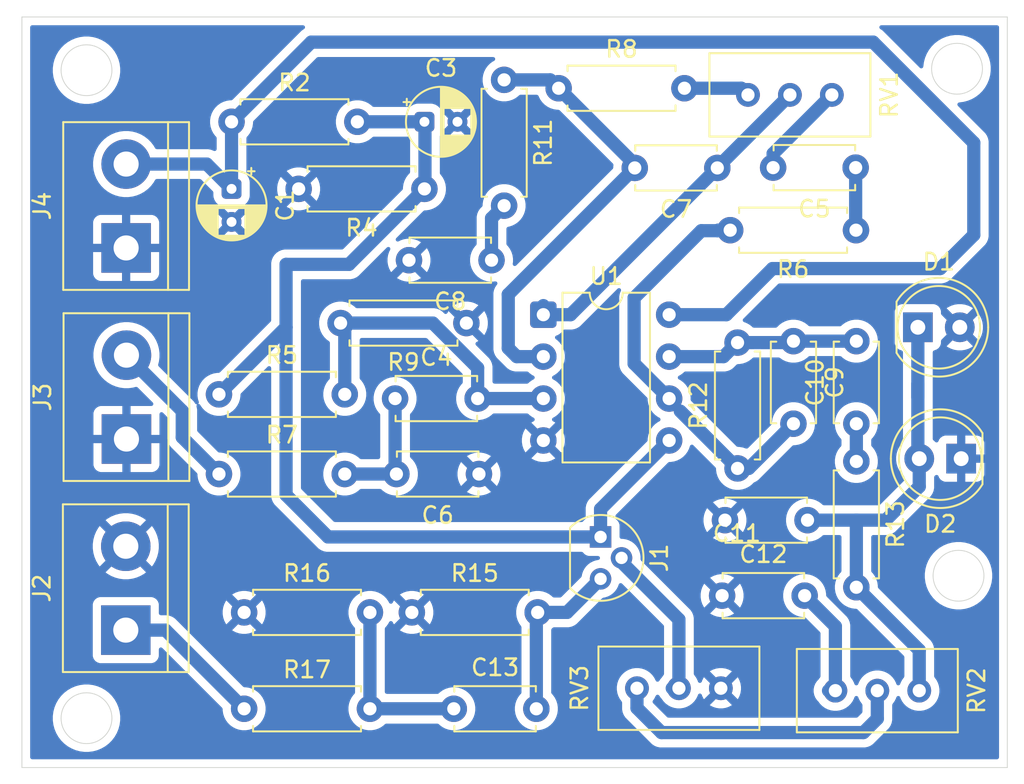
<source format=kicad_pcb>
(kicad_pcb (version 20241229) (generator "pcbnew") (generator_version "9.0")
  (layers (0 "F.Cu" signal) (2 "B.Cu" signal) (13 "F.Paste" user) (15 "B.Paste" user) (5 "F.SilkS" user "F.Silkscreen") (7 "B.SilkS" user "B.Silkscreen") (1 "F.Mask" user) (3 "B.Mask" user) (25 "Edge.Cuts" user))
  (net 0 "")
  (net 1 "GND")
  (net 2 "Net-(U1A-+)")
  (net 3 "Net-(C5-Pad2)")
  (net 4 "Net-(C5-Pad1)")
  (net 5 "Net-(U1A--)")
  (net 6 "Net-(C7-Pad1)")
  (net 7 "Net-(C8-Pad1)")
  (net 8 "Net-(U1B--)")
  (net 9 "Net-(C10-Pad2)")
  (net 10 "Net-(C10-Pad1)")
  (net 11 "Net-(D1-K)")
  (net 12 "Net-(C12-Pad2)")
  (net 13 "Net-(C13-Pad1)")
  (net 14 "Net-(J1-S)")
  (net 15 "Net-(J1-G)")
  (net 16 "Net-(R8-Pad2)")
  (net 17 "Net-(RV2-Pad2)")
  (net 18 "Net-(J1-D)")
  (net 19 "Net-(J4-Pin_2)")
  (net 20 "Net-(J2-Pin_1)")
  (net 21 "Net-(J3-Pin_2)")
  (net 22 "Net-(C4-Pad1)")
  (footprint "Resistor_THT:R_Axial_DIN0207_L6.3mm_D2.5mm_P7.62mm_Horizontal" (layer "F.Cu") (at 73.66 46.736 180)
    (property "Reference" "R9" (at 3.81 -2.37 0) (layer "F.SilkS"))
    (property "Value" "1M")
    (pad "1" thru_hole circle (at 0 0 180) (size 1.6 1.6) (drill 0.8) (layers "*.Cu" "*.Mask") (net 1 "GND"))
    (pad "2" thru_hole circle (at 7.62 0 180) (size 1.6 1.6) (drill 0.8) (layers "*.Cu" "*.Mask") (net 2 "Net-(U1A-+)"))
  )
  (footprint "Resistor_THT:R_Axial_DIN0207_L6.3mm_D2.5mm_P7.62mm_Horizontal" (layer "F.Cu") (at 58.674 55.88)
    (property "Reference" "R7" (at 3.81 -2.37 0) (layer "F.SilkS"))
    (property "Value" "10K")
    (pad "1" thru_hole circle (at 0 0) (size 1.6 1.6) (drill 0.8) (layers "*.Cu" "*.Mask") (net 21 "Net-(J3-Pin_2)"))
    (pad "2" thru_hole circle (at 7.62 0) (size 1.6 1.6) (drill 0.8) (layers "*.Cu" "*.Mask") (net 22 "Net-(C4-Pad1)"))
  )
  (footprint "Resistor_THT:R_Axial_DIN0207_L6.3mm_D2.5mm_P7.62mm_Horizontal" (layer "F.Cu") (at 71.12 38.608 180)
    (property "Reference" "R4" (at 3.81 -2.37 0) (layer "F.SilkS"))
    (property "Value" "10K")
    (pad "1" thru_hole circle (at 0 0 180) (size 1.6 1.6) (drill 0.8) (layers "*.Cu" "*.Mask") (net 18 "Net-(J1-D)"))
    (pad "2" thru_hole circle (at 7.62 0 180) (size 1.6 1.6) (drill 0.8) (layers "*.Cu" "*.Mask") (net 1 "GND"))
  )
  (footprint "TerminalBlock:TerminalBlock_bornier-2_P5.08mm" (layer "F.Cu") (at 53.05 42.185 90)
    (property "Reference" "J4" (at 2.54 -5.08 90) (layer "F.SilkS"))
    (property "Value" "Conn_01x02_Socket")
    (pad "1" thru_hole rect (at 0 0 90) (size 3 3) (drill 1.52) (layers "*.Cu" "*.Mask") (net 1 "GND"))
    (pad "2" thru_hole circle (at 5.08 0 90) (size 3 3) (drill 1.52) (layers "*.Cu" "*.Mask") (net 19 "Net-(J4-Pin_2)"))
  )
  (footprint "LED_THT:LED_D5.0mm" (layer "F.Cu") (at 103.632 54.948667 180)
    (property "Reference" "D2" (at 1.27 -3.96 0) (layer "F.SilkS"))
    (property "Value" "LED")
    (pad "1" thru_hole rect (at 0 0 180) (size 1.8 1.8) (drill 0.9) (layers "*.Cu" "*.Mask") (net 1 "GND"))
    (pad "2" thru_hole circle (at 2.54 0 180) (size 1.8 1.8) (drill 0.9) (layers "*.Cu" "*.Mask") (net 11 "Net-(D1-K)"))
  )
  (footprint "Capacitor_THT:C_Disc_D4.7mm_W2.5mm_P5.00mm" (layer "F.Cu") (at 88.86 37.338 180)
    (property "Reference" "C7" (at 2.5 -2.5 0) (layer "F.SilkS"))
    (property "Value" "50pF")
    (pad "1" thru_hole circle (at 0 0 180) (size 1.6 1.6) (drill 0.8) (layers "*.Cu" "*.Mask") (net 6 "Net-(C7-Pad1)"))
    (pad "2" thru_hole circle (at 5 0 180) (size 1.6 1.6) (drill 0.8) (layers "*.Cu" "*.Mask") (net 5 "Net-(U1A--)"))
  )
  (footprint "Resistor_THT:R_Axial_DIN0207_L6.3mm_D2.5mm_P7.62mm_Horizontal" (layer "F.Cu") (at 60.198 70.099)
    (property "Reference" "R17" (at 3.81 -2.37 0) (layer "F.SilkS"))
    (property "Value" "10K")
    (pad "1" thru_hole circle (at 0 0) (size 1.6 1.6) (drill 0.8) (layers "*.Cu" "*.Mask") (net 20 "Net-(J2-Pin_1)"))
    (pad "2" thru_hole circle (at 7.62 0) (size 1.6 1.6) (drill 0.8) (layers "*.Cu" "*.Mask") (net 13 "Net-(C13-Pad1)"))
  )
  (footprint "TerminalBlock:TerminalBlock_bornier-2_P5.08mm" (layer "F.Cu") (at 53.07 53.76 90)
    (property "Reference" "J3" (at 2.54 -5.08 90) (layer "F.SilkS"))
    (property "Value" "Conn_01x02_Socket")
    (pad "1" thru_hole rect (at 0 0 90) (size 3 3) (drill 1.52) (layers "*.Cu" "*.Mask") (net 1 "GND"))
    (pad "2" thru_hole circle (at 5.08 0 90) (size 3 3) (drill 1.52) (layers "*.Cu" "*.Mask") (net 21 "Net-(J3-Pin_2)"))
  )
  (footprint "Capacitor_THT:C_Disc_D4.7mm_W2.5mm_P5.00mm" (layer "F.Cu") (at 89.15 63.246)
    (property "Reference" "C12" (at 2.5 -2.5 0) (layer "F.SilkS"))
    (property "Value" "22nF")
    (pad "1" thru_hole circle (at 0 0) (size 1.6 1.6) (drill 0.8) (layers "*.Cu" "*.Mask") (net 1 "GND"))
    (pad "2" thru_hole circle (at 5 0) (size 1.6 1.6) (drill 0.8) (layers "*.Cu" "*.Mask") (net 12 "Net-(C12-Pad2)"))
  )
  (footprint "Package_TO_SOT_THT:TO-92" (layer "F.Cu") (at 81.788 59.69 -90)
    (property "Reference" "J1" (at 1.27 -3.56 90) (layer "F.SilkS"))
    (property "Value" "J201")
    (pad "1" thru_hole rect (at 0 0 270) (size 1.3 1.3) (drill 0.75) (layers "*.Cu" "*.Mask") (net 18 "Net-(J1-D)"))
    (pad "2" thru_hole circle (at 1.27 -1.27 270) (size 1.3 1.3) (drill 0.75) (layers "*.Cu" "*.Mask") (net 15 "Net-(J1-G)"))
    (pad "3" thru_hole circle (at 2.54 0 270) (size 1.3 1.3) (drill 0.75) (layers "*.Cu" "*.Mask") (net 14 "Net-(J1-S)"))
  )
  (footprint "Resistor_THT:R_Axial_DIN0207_L6.3mm_D2.5mm_P7.62mm_Horizontal" (layer "F.Cu") (at 59.436 34.544)
    (property "Reference" "R2" (at 3.81 -2.37 0) (layer "F.SilkS"))
    (property "Value" "10K")
    (pad "1" thru_hole circle (at 0 0) (size 1.6 1.6) (drill 0.8) (layers "*.Cu" "*.Mask") (net 19 "Net-(J4-Pin_2)"))
    (pad "2" thru_hole circle (at 7.62 0) (size 1.6 1.6) (drill 0.8) (layers "*.Cu" "*.Mask") (net 18 "Net-(J1-D)"))
  )
  (footprint "Resistor_THT:R_Axial_DIN0207_L6.3mm_D2.5mm_P7.62mm_Horizontal" (layer "F.Cu") (at 70.358 64.262)
    (property "Reference" "R15" (at 3.81 -2.37 0) (layer "F.SilkS"))
    (property "Value" "10K")
    (pad "1" thru_hole circle (at 0 0) (size 1.6 1.6) (drill 0.8) (layers "*.Cu" "*.Mask") (net 1 "GND"))
    (pad "2" thru_hole circle (at 7.62 0) (size 1.6 1.6) (drill 0.8) (layers "*.Cu" "*.Mask") (net 14 "Net-(J1-S)"))
  )
  (footprint "Capacitor_THT:C_Disc_D4.7mm_W2.5mm_P5.00mm" (layer "F.Cu") (at 69.342 51.308)
    (property "Reference" "C4" (at 2.5 -2.5 0) (layer "F.SilkS"))
    (property "Value" "22nF")
    (pad "1" thru_hole circle (at 0 0) (size 1.6 1.6) (drill 0.8) (layers "*.Cu" "*.Mask") (net 22 "Net-(C4-Pad1)"))
    (pad "2" thru_hole circle (at 5 0) (size 1.6 1.6) (drill 0.8) (layers "*.Cu" "*.Mask") (net 2 "Net-(U1A-+)"))
  )
  (footprint "Resistor_THT:R_Axial_DIN0207_L6.3mm_D2.5mm_P7.62mm_Horizontal" (layer "F.Cu") (at 90.085 55.539 90)
    (property "Reference" "R12" (at 3.81 -2.37 90) (layer "F.SilkS"))
    (property "Value" "10K")
    (pad "1" thru_hole circle (at 0 0 90) (size 1.6 1.6) (drill 0.8) (layers "*.Cu" "*.Mask") (net 8 "Net-(U1B--)"))
    (pad "2" thru_hole circle (at 7.62 0 90) (size 1.6 1.6) (drill 0.8) (layers "*.Cu" "*.Mask") (net 9 "Net-(C10-Pad2)"))
  )
  (footprint "Capacitor_THT:C_Disc_D4.7mm_W2.5mm_P5.00mm" (layer "F.Cu") (at 97.24 37.32 180)
    (property "Reference" "C5" (at 2.5 -2.5 0) (layer "F.SilkS"))
    (property "Value" "680nF")
    (pad "1" thru_hole circle (at 0 0 180) (size 1.6 1.6) (drill 0.8) (layers "*.Cu" "*.Mask") (net 4 "Net-(C5-Pad1)"))
    (pad "2" thru_hole circle (at 5 0 180) (size 1.6 1.6) (drill 0.8) (layers "*.Cu" "*.Mask") (net 3 "Net-(C5-Pad2)"))
  )
  (footprint "Resistor_THT:R_Axial_DIN0207_L6.3mm_D2.5mm_P7.62mm_Horizontal" (layer "F.Cu") (at 58.674 51.054)
    (property "Reference" "R5" (at 3.81 -2.37 0) (layer "F.SilkS"))
    (property "Value" "1M")
    (pad "1" thru_hole circle (at 0 0) (size 1.6 1.6) (drill 0.8) (layers "*.Cu" "*.Mask") (net 18 "Net-(J1-D)"))
    (pad "2" thru_hole circle (at 7.62 0) (size 1.6 1.6) (drill 0.8) (layers "*.Cu" "*.Mask") (net 2 "Net-(U1A-+)"))
  )
  (footprint "Resistor_THT:R_Axial_DIN0207_L6.3mm_D2.5mm_P7.62mm_Horizontal" (layer "F.Cu") (at 79.248 32.512)
    (property "Reference" "R8" (at 3.81 -2.37 0) (layer "F.SilkS"))
    (property "Value" "2.2K")
    (pad "1" thru_hole circle (at 0 0) (size 1.6 1.6) (drill 0.8) (layers "*.Cu" "*.Mask") (net 5 "Net-(U1A--)"))
    (pad "2" thru_hole circle (at 7.62 0) (size 1.6 1.6) (drill 0.8) (layers "*.Cu" "*.Mask") (net 16 "Net-(R8-Pad2)"))
  )
  (footprint "Capacitor_THT:C_Disc_D4.7mm_W2.5mm_P5.00mm" (layer "F.Cu") (at 74.422 55.88 180)
    (property "Reference" "C6" (at 2.5 -2.5 0) (layer "F.SilkS"))
    (property "Value" "100pF")
    (pad "1" thru_hole circle (at 0 0 180) (size 1.6 1.6) (drill 0.8) (layers "*.Cu" "*.Mask") (net 1 "GND"))
    (pad "2" thru_hole circle (at 5 0 180) (size 1.6 1.6) (drill 0.8) (layers "*.Cu" "*.Mask") (net 22 "Net-(C4-Pad1)"))
  )
  (footprint "Potentiometer_THT:Potentiometer_Bourns_3386C_Horizontal" (layer "F.Cu") (at 101.092 69.001 -90)
    (property "Reference" "RV2" (at 0 -3.475 90) (layer "F.SilkS"))
    (property "Value" "Tone10K")
    (pad "1" thru_hole circle (at 0 0 270) (size 1.44 1.44) (drill 0.8) (layers "*.Cu" "*.Mask") (net 11 "Net-(D1-K)"))
    (pad "2" thru_hole circle (at 0 2.54 270) (size 1.44 1.44) (drill 0.8) (layers "*.Cu" "*.Mask") (net 17 "Net-(RV2-Pad2)"))
    (pad "3" thru_hole circle (at 0 5.08 270) (size 1.44 1.44) (drill 0.8) (layers "*.Cu" "*.Mask") (net 12 "Net-(C12-Pad2)"))
  )
  (footprint "Capacitor_THT:C_Disc_D4.7mm_W2.5mm_P5.00mm" (layer "F.Cu") (at 89.324 58.674)
    (property "Reference" "C11" (at 0.722 0.802 0) (layer "F.SilkS"))
    (property "Value" "22nF")
    (pad "1" thru_hole circle (at 0 0) (size 1.6 1.6) (drill 0.8) (layers "*.Cu" "*.Mask") (net 1 "GND"))
    (pad "2" thru_hole circle (at 5 0) (size 1.6 1.6) (drill 0.8) (layers "*.Cu" "*.Mask") (net 11 "Net-(D1-K)"))
  )
  (footprint "Capacitor_THT:C_Disc_D4.7mm_W2.5mm_P5.00mm" (layer "F.Cu") (at 93.472 47.832 -90)
    (property "Reference" "C9" (at 2.5 -2.5 90) (layer "F.SilkS"))
    (property "Value" "100pF")
    (pad "1" thru_hole circle (at 0 0 270) (size 1.6 1.6) (drill 0.8) (layers "*.Cu" "*.Mask") (net 9 "Net-(C10-Pad2)"))
    (pad "2" thru_hole circle (at 5 0 270) (size 1.6 1.6) (drill 0.8) (layers "*.Cu" "*.Mask") (net 8 "Net-(U1B--)"))
  )
  (footprint "Capacitor_THT:C_Disc_D4.7mm_W2.5mm_P5.00mm" (layer "F.Cu") (at 75.184 42.926 180)
    (property "Reference" "C8" (at 2.5 -2.5 0) (layer "F.SilkS"))
    (property "Value" "47uF")
    (pad "1" thru_hole circle (at 0 0 180) (size 1.6 1.6) (drill 0.8) (layers "*.Cu" "*.Mask") (net 7 "Net-(C8-Pad1)"))
    (pad "2" thru_hole circle (at 5 0 180) (size 1.6 1.6) (drill 0.8) (layers "*.Cu" "*.Mask") (net 1 "GND"))
  )
  (footprint "Capacitor_THT:C_Disc_D4.7mm_W2.5mm_P5.00mm" (layer "F.Cu") (at 97.282 52.832 90)
    (property "Reference" "C10" (at 2.5 -2.5 90) (layer "F.SilkS"))
    (property "Value" "1uF")
    (pad "1" thru_hole circle (at 0 0 90) (size 1.6 1.6) (drill 0.8) (layers "*.Cu" "*.Mask") (net 10 "Net-(C10-Pad1)"))
    (pad "2" thru_hole circle (at 5 0 90) (size 1.6 1.6) (drill 0.8) (layers "*.Cu" "*.Mask") (net 9 "Net-(C10-Pad2)"))
  )
  (footprint "Resistor_THT:R_Axial_DIN0207_L6.3mm_D2.5mm_P7.62mm_Horizontal" (layer "F.Cu") (at 97.282 55.118 -90)
    (property "Reference" "R13" (at 3.81 -2.37 90) (layer "F.SilkS"))
    (property "Value" "1K")
    (pad "1" thru_hole circle (at 0 0 270) (size 1.6 1.6) (drill 0.8) (layers "*.Cu" "*.Mask") (net 10 "Net-(C10-Pad1)"))
    (pad "2" thru_hole circle (at 7.62 0 270) (size 1.6 1.6) (drill 0.8) (layers "*.Cu" "*.Mask") (net 11 "Net-(D1-K)"))
  )
  (footprint "Capacitor_THT:CP_Radial_D4.0mm_P2.00mm" (layer "F.Cu") (at 71.12 34.544)
    (property "Reference" "C3" (at 1 -3.25 0) (layer "F.SilkS"))
    (property "Value" "47uF")
    (pad "1" thru_hole roundrect (at 0 0) (size 1.2 1.2) (drill 0.6) (layers "*.Cu" "*.Mask") (roundrect_rratio 0.208333) (net 18 "Net-(J1-D)"))
    (pad "2" thru_hole circle (at 2 0) (size 1.2 1.2) (drill 0.6) (layers "*.Cu" "*.Mask") (net 1 "GND"))
  )
  (footprint "LED_THT:LED_D5.0mm" (layer "F.Cu") (at 101.007 46.99)
    (property "Reference" "D1" (at 1.27 -3.96 0) (layer "F.SilkS"))
    (property "Value" "LED")
    (pad "1" thru_hole rect (at 0 0) (size 1.8 1.8) (drill 0.9) (layers "*.Cu" "*.Mask") (net 11 "Net-(D1-K)"))
    (pad "2" thru_hole circle (at 2.54 0) (size 1.8 1.8) (drill 0.9) (layers "*.Cu" "*.Mask") (net 1 "GND"))
  )
  (footprint "TerminalBlock:TerminalBlock_bornier-2_P5.08mm" (layer "F.Cu") (at 53.03 65.335 90)
    (property "Reference" "J2" (at 2.54 -5.08 90) (layer "F.SilkS"))
    (property "Value" "Conn_01x02_Socket")
    (pad "1" thru_hole rect (at 0 0 90) (size 3 3) (drill 1.52) (layers "*.Cu" "*.Mask") (net 20 "Net-(J2-Pin_1)"))
    (pad "2" thru_hole circle (at 5.08 0 90) (size 3 3) (drill 1.52) (layers "*.Cu" "*.Mask") (net 1 "GND"))
  )
  (footprint "Capacitor_THT:CP_Radial_D4.0mm_P2.00mm" (layer "F.Cu") (at 59.436 38.608 -90)
    (property "Reference" "C1" (at 1 -3.25 90) (layer "F.SilkS"))
    (property "Value" "47uF")
    (pad "1" thru_hole roundrect (at 0 0 270) (size 1.2 1.2) (drill 0.6) (layers "*.Cu" "*.Mask") (roundrect_rratio 0.208333) (net 19 "Net-(J4-Pin_2)"))
    (pad "2" thru_hole circle (at 2 0 270) (size 1.2 1.2) (drill 0.6) (layers "*.Cu" "*.Mask") (net 1 "GND"))
  )
  (footprint "Potentiometer_THT:Potentiometer_Bourns_3386C_Horizontal" (layer "F.Cu") (at 95.798 32.914 -90)
    (property "Reference" "RV1" (at 0 -3.475 270) (layer "F.SilkS"))
    (property "Value" "Gain100K")
    (pad "1" thru_hole circle (at 0 0 270) (size 1.44 1.44) (drill 0.8) (layers "*.Cu" "*.Mask") (net 3 "Net-(C5-Pad2)"))
    (pad "2" thru_hole circle (at 0 2.54 270) (size 1.44 1.44) (drill 0.8) (layers "*.Cu" "*.Mask") (net 6 "Net-(C7-Pad1)"))
    (pad "3" thru_hole circle (at 0 5.08 270) (size 1.44 1.44) (drill 0.8) (layers "*.Cu" "*.Mask") (net 16 "Net-(R8-Pad2)"))
  )
  (footprint "Package_DIP:DIP-8_W7.62mm" (layer "F.Cu") (at 78.322 46.228)
    (property "Reference" "U1" (at 3.81 -2.33 0) (layer "F.SilkS"))
    (property "Value" "TL072")
    (pad "1" thru_hole roundrect (at 0 0) (size 1.6 1.6) (drill 0.8) (layers "*.Cu" "*.Mask") (roundrect_rratio 0.15625) (net 6 "Net-(C7-Pad1)"))
    (pad "2" thru_hole circle (at 0 2.54) (size 1.6 1.6) (drill 0.8) (layers "*.Cu" "*.Mask") (net 5 "Net-(U1A--)"))
    (pad "3" thru_hole circle (at 0 5.08) (size 1.6 1.6) (drill 0.8) (layers "*.Cu" "*.Mask") (net 2 "Net-(U1A-+)"))
    (pad "4" thru_hole circle (at 0 7.62) (size 1.6 1.6) (drill 0.8) (layers "*.Cu" "*.Mask") (net 1 "GND"))
    (pad "5" thru_hole circle (at 7.62 7.62) (size 1.6 1.6) (drill 0.8) (layers "*.Cu" "*.Mask") (net 18 "Net-(J1-D)"))
    (pad "6" thru_hole circle (at 7.62 5.08) (size 1.6 1.6) (drill 0.8) (layers "*.Cu" "*.Mask") (net 8 "Net-(U1B--)"))
    (pad "7" thru_hole circle (at 7.62 2.54) (size 1.6 1.6) (drill 0.8) (layers "*.Cu" "*.Mask") (net 9 "Net-(C10-Pad2)"))
    (pad "8" thru_hole circle (at 7.62 0) (size 1.6 1.6) (drill 0.8) (layers "*.Cu" "*.Mask") (net 19 "Net-(J4-Pin_2)"))
  )
  (footprint "Capacitor_THT:C_Disc_D4.7mm_W2.5mm_P5.00mm" (layer "F.Cu") (at 72.898 70.099)
    (property "Reference" "C13" (at 2.5 -2.5 0) (layer "F.SilkS"))
    (property "Value" "22nF")
    (pad "1" thru_hole circle (at 0 0) (size 1.6 1.6) (drill 0.8) (layers "*.Cu" "*.Mask") (net 13 "Net-(C13-Pad1)"))
    (pad "2" thru_hole circle (at 5 0) (size 1.6 1.6) (drill 0.8) (layers "*.Cu" "*.Mask") (net 14 "Net-(J1-S)"))
  )
  (footprint "Resistor_THT:R_Axial_DIN0207_L6.3mm_D2.5mm_P7.62mm_Horizontal" (layer "F.Cu") (at 60.198 64.262)
    (property "Reference" "R16" (at 3.81 -2.37 0) (layer "F.SilkS"))
    (property "Value" "10K")
    (pad "1" thru_hole circle (at 0 0) (size 1.6 1.6) (drill 0.8) (layers "*.Cu" "*.Mask") (net 1 "GND"))
    (pad "2" thru_hole circle (at 7.62 0) (size 1.6 1.6) (drill 0.8) (layers "*.Cu" "*.Mask") (net 13 "Net-(C13-Pad1)"))
  )
  (footprint "Resistor_THT:R_Axial_DIN0207_L6.3mm_D2.5mm_P7.62mm_Horizontal" (layer "F.Cu") (at 97.26 41.11 180)
    (property "Reference" "R6" (at 3.81 -2.37 0) (layer "F.SilkS"))
    (property "Value" "10K")
    (pad "1" thru_hole circle (at 0 0 180) (size 1.6 1.6) (drill 0.8) (layers "*.Cu" "*.Mask") (net 4 "Net-(C5-Pad1)"))
    (pad "2" thru_hole circle (at 7.62 0 180) (size 1.6 1.6) (drill 0.8) (layers "*.Cu" "*.Mask") (net 8 "Net-(U1B--)"))
  )
  (footprint "Resistor_THT:R_Axial_DIN0207_L6.3mm_D2.5mm_P7.62mm_Horizontal" (layer "F.Cu") (at 75.946 32.004 -90)
    (property "Reference" "R11" (at 3.81 -2.37 90) (layer "F.SilkS"))
    (property "Value" "4.7K")
    (pad "1" thru_hole circle (at 0 0 270) (size 1.6 1.6) (drill 0.8) (layers "*.Cu" "*.Mask") (net 5 "Net-(U1A--)"))
    (pad "2" thru_hole circle (at 7.62 0 270) (size 1.6 1.6) (drill 0.8) (layers "*.Cu" "*.Mask") (net 7 "Net-(C8-Pad1)"))
  )
  (footprint "Potentiometer_THT:Potentiometer_Bourns_3386C_Horizontal" (layer "F.Cu") (at 83.994 68.855 90)
    (property "Reference" "RV3" (at 0 -3.475 90) (layer "F.SilkS"))
    (property "Value" "Volume100K")
    (pad "1" thru_hole circle (at 0 0 90) (size 1.44 1.44) (drill 0.8) (layers "*.Cu" "*.Mask") (net 17 "Net-(RV2-Pad2)"))
    (pad "2" thru_hole circle (at 0 2.54 90) (size 1.44 1.44) (drill 0.8) (layers "*.Cu" "*.Mask") (net 15 "Net-(J1-G)"))
    (pad "3" thru_hole circle (at 0 5.08 90) (size 1.44 1.44) (drill 0.8) (layers "*.Cu" "*.Mask") (net 1 "GND"))
  )
  (gr_circle (center 50.65 70.67) (end 51.46 69.36) (stroke (width 0.05)) (fill no) (layer "Edge.Cuts"))
  (gr_line (start 46.736 28.194) (end 106.426 28.194) (stroke (width 0.05)) (layer "Edge.Cuts"))
  (gr_circle (center 50.65 31.42) (end 51.46 30.11) (stroke (width 0.05)) (fill no) (layer "Edge.Cuts"))
  (gr_line (start 106.426 28.194) (end 106.426 73.66) (stroke (width 0.05)) (layer "Edge.Cuts"))
  (gr_line (start 46.736 73.66) (end 46.736 28.194) (stroke (width 0.05)) (layer "Edge.Cuts"))
  (gr_line (start 106.426 73.66) (end 46.736 73.66) (stroke (width 0.05)) (layer "Edge.Cuts"))
  (gr_circle (center 103.47 62.04) (end 104.28 60.73) (stroke (width 0.05)) (fill no) (layer "Edge.Cuts"))
  (gr_circle (center 103.38 31.33) (end 104.19 30.02) (stroke (width 0.05)) (fill no) (layer "Edge.Cuts"))
  (segment (start 71.628 46.736) (end 66.04 46.736) (width 0.8) (layer "B.Cu") (net 2))
  (segment (start 74.382 51.308) (end 73.994 51.308) (width 0.8) (layer "B.Cu") (net 2))
  (segment (start 74.342 51.308) (end 74.342 49.45) (width 0.8) (layer "B.Cu") (net 2))
  (segment (start 66.294 46.99) (end 66.294 51.054) (width 0.8) (layer "B.Cu") (net 2))
  (segment (start 66.04 46.736) (end 66.294 46.99) (width 0.8) (layer "B.Cu") (net 2))
  (segment (start 74.342 49.45) (end 71.628 46.736) (width 0.8) (layer "B.Cu") (net 2))
  (segment (start 74.342 51.308) (end 78.322 51.308) (width 0.8) (layer "B.Cu") (net 2))
  (segment (start 92.24 37.32) (end 92.24 36.472) (width 0.8) (layer "B.Cu") (net 3))
  (segment (start 92.24 36.472) (end 95.798 32.914) (width 0.8) (layer "B.Cu") (net 3))
  (segment (start 97.24 37.32) (end 97.24 41.09) (width 0.8) (layer "B.Cu") (net 4))
  (segment (start 97.24 41.09) (end 97.26 41.11) (width 0.8) (layer "B.Cu") (net 4))
  (segment (start 75.946 32.004) (end 78.74 32.004) (width 0.8) (layer "B.Cu") (net 5))
  (segment (start 83.86 37.338) (end 83.86 37.124) (width 0.8) (layer "B.Cu") (net 5))
  (segment (start 76.708 48.768) (end 76.198 48.258) (width 0.8) (layer "B.Cu") (net 5))
  (segment (start 83.86 37.338) (end 76.198 45) (width 0.8) (layer "B.Cu") (net 5))
  (segment (start 78.322 48.768) (end 76.708 48.768) (width 0.8) (layer "B.Cu") (net 5))
  (segment (start 83.86 37.124) (end 79.248 32.512) (width 0.8) (layer "B.Cu") (net 5))
  (segment (start 78.74 32.004) (end 79.248 32.512) (width 0.8) (layer "B.Cu") (net 5))
  (segment (start 76.198 48.258) (end 76.198 45) (width 0.8) (layer "B.Cu") (net 5))
  (segment (start 78.322 46.228) (end 79.97 46.228) (width 0.8) (layer "B.Cu") (net 6))
  (segment (start 78.322 46.228) (end 78.322 45.677) (width 0.8) (layer "B.Cu") (net 6))
  (segment (start 88.86 37.338) (end 88.86 37.312) (width 0.8) (layer "B.Cu") (net 6))
  (segment (start 78.322 46.228) (end 78.322 45.844) (width 0.8) (layer "B.Cu") (net 6))
  (segment (start 79.97 46.228) (end 88.86 37.338) (width 0.8) (layer "B.Cu") (net 6))
  (segment (start 88.86 37.312) (end 93.258 32.914) (width 0.8) (layer "B.Cu") (net 6))
  (segment (start 75.184 40.386) (end 75.946 39.624) (width 0.8) (layer "B.Cu") (net 7))
  (segment (start 75.184 42.926) (end 75.184 40.386) (width 0.8) (layer "B.Cu") (net 7))
  (segment (start 86.616 52.07) (end 90.085 55.539) (width 0.8) (layer "B.Cu") (net 8))
  (segment (start 88.91 41.11) (end 89.64 41.11) (width 0.8) (layer "B.Cu") (net 8))
  (segment (start 85.942 51.308) (end 83.82 49.186) (width 0.8) (layer "B.Cu") (net 8))
  (segment (start 83.82 49.186) (end 83.82 45.212) (width 0.8) (layer "B.Cu") (net 8))
  (segment (start 90.085 55.539) (end 90.765 55.539) (width 0.8) (layer "B.Cu") (net 8))
  (segment (start 83.82 45.212) (end 87.891 41.141) (width 0.8) (layer "B.Cu") (net 8))
  (segment (start 90.765 55.539) (end 93.472 52.832) (width 0.8) (layer "B.Cu") (net 8))
  (segment (start 87.891 41.141) (end 88.879 41.141) (width 0.8) (layer "B.Cu") (net 8))
  (segment (start 88.879 41.141) (end 88.91 41.11) (width 0.8) (layer "B.Cu") (net 8))
  (segment (start 85.942 48.768) (end 89.236 48.768) (width 0.8) (layer "B.Cu") (net 9))
  (segment (start 93.385 47.919) (end 93.472 47.832) (width 0.8) (layer "B.Cu") (net 9))
  (segment (start 93.472 47.832) (end 97.282 47.832) (width 0.8) (layer "B.Cu") (net 9))
  (segment (start 90.085 47.919) (end 93.385 47.919) (width 0.8) (layer "B.Cu") (net 9))
  (segment (start 89.236 48.768) (end 90.085 47.919) (width 0.8) (layer "B.Cu") (net 9))
  (segment (start 97.282 55.118) (end 97.282 52.832) (width 0.8) (layer "B.Cu") (net 10))
  (segment (start 101.007 50.419) (end 101.007 55.499) (width 0.8) (layer "B.Cu") (net 11))
  (segment (start 94.324 58.674) (end 97.282 58.674) (width 0.8) (layer "B.Cu") (net 11))
  (segment (start 100.792494 69.001) (end 101.092 69.001) (width 0.8) (layer "B.Cu") (net 11))
  (segment (start 97.282 62.738) (end 97.282 58.674) (width 0.8) (layer "B.Cu") (net 11))
  (segment (start 101.007 46.736167) (end 101.007 51.223167) (width 0.8) (layer "B.Cu") (net 11))
  (segment (start 101.092 56.642) (end 99.06 58.674) (width 0.8) (layer "B.Cu") (net 11))
  (segment (start 97.282 58.674) (end 99.06 58.674) (width 0.8) (layer "B.Cu") (net 11))
  (segment (start 101.092 66.548) (end 101.092 69.001) (width 0.8) (layer "B.Cu") (net 11))
  (segment (start 97.282 62.738) (end 101.092 66.548) (width 0.8) (layer "B.Cu") (net 11))
  (segment (start 101.092 54.948667) (end 101.092 56.642) (width 0.8) (layer "B.Cu") (net 11))
  (segment (start 96.012 69.001) (end 96.012 65.108) (width 0.8) (layer "B.Cu") (net 12))
  (segment (start 96.012 65.108) (end 94.15 63.246) (width 0.8) (layer "B.Cu") (net 12))
  (segment (start 95.596 69.001) (end 96.012 69.001) (width 0.8) (layer "B.Cu") (net 12))
  (segment (start 67.818 70.099) (end 72.898 70.099) (width 0.8) (layer "B.Cu") (net 13))
  (segment (start 67.773523 70.054523) (end 67.818 70.099) (width 0.8) (layer "B.Cu") (net 13))
  (segment (start 67.818 70.099) (end 67.818 64.262) (width 0.8) (layer "B.Cu") (net 13))
  (segment (start 77.978 64.262) (end 79.756 64.262) (width 0.8) (layer "B.Cu") (net 14))
  (segment (start 77.898 70.099) (end 77.898 64.342) (width 0.8) (layer "B.Cu") (net 14))
  (segment (start 79.756 64.262) (end 81.788 62.23) (width 0.8) (layer "B.Cu") (net 14))
  (segment (start 77.898 64.342) (end 77.978 64.262) (width 0.8) (layer "B.Cu") (net 14))
  (segment (start 83.058 60.96) (end 83.058 61.214) (width 0.8) (layer "B.Cu") (net 15))
  (segment (start 86.534 64.69) (end 86.534 68.855) (width 0.8) (layer "B.Cu") (net 15))
  (segment (start 83.058 61.214) (end 86.534 64.69) (width 0.8) (layer "B.Cu") (net 15))
  (segment (start 86.129 68.855) (end 86.534 68.855) (width 0.8) (layer "B.Cu") (net 15))
  (segment (start 90.316 32.512) (end 90.718 32.914) (width 0.8) (layer "B.Cu") (net 16))
  (segment (start 86.868 32.512) (end 90.316 32.512) (width 0.8) (layer "B.Cu") (net 16))
  (segment (start 98.552 70.699) (end 97.71 71.541) (width 0.8) (layer "B.Cu") (net 17))
  (segment (start 85.478 71.541) (end 83.994 70.057) (width 0.8) (layer "B.Cu") (net 17))
  (segment (start 85.478 71.541) (end 97.71 71.541) (width 0.8) (layer "B.Cu") (net 17))
  (segment (start 98.552 69.001) (end 98.552 70.699) (width 0.8) (layer "B.Cu") (net 17))
  (segment (start 83.994 70.057) (end 83.994 68.855) (width 0.8) (layer "B.Cu") (net 17))
  (segment (start 62.738 46.99) (end 58.674 51.054) (width 0.8) (layer "B.Cu") (net 18))
  (segment (start 71.152 38.576) (end 71.12 38.608) (width 0.8) (layer "B.Cu") (net 18))
  (segment (start 62.738 43.18) (end 62.738 46.99) (width 0.8) (layer "B.Cu") (net 18))
  (segment (start 81.788 59.69) (end 65.278 59.69) (width 0.8) (layer "B.Cu") (net 18))
  (segment (start 81.788 59.69) (end 81.788 58.002) (width 0.8) (layer "B.Cu") (net 18))
  (segment (start 66.548 43.18) (end 62.738 43.18) (width 0.8) (layer "B.Cu") (net 18))
  (segment (start 67.056 34.544) (end 71.12 34.544) (width 0.8) (layer "B.Cu") (net 18))
  (segment (start 71.12 34.544) (end 71.152 34.576) (width 0.8) (layer "B.Cu") (net 18))
  (segment (start 71.152 34.576) (end 71.152 38.576) (width 0.8) (layer "B.Cu") (net 18))
  (segment (start 62.738 57.15) (end 65.278 59.69) (width 0.8) (layer "B.Cu") (net 18))
  (segment (start 81.788 58.002) (end 85.942 53.848) (width 0.8) (layer "B.Cu") (net 18))
  (segment (start 71.12 38.608) (end 66.548 43.18) (width 0.8) (layer "B.Cu") (net 18))
  (segment (start 62.738 46.99) (end 62.738 57.15) (width 0.8) (layer "B.Cu") (net 18))
  (segment (start 98.298 29.718) (end 64.262 29.718) (width 0.8) (layer "B.Cu") (net 19))
  (segment (start 104.394 41.402) (end 104.394 35.814) (width 0.8) (layer "B.Cu") (net 19))
  (segment (start 102.362 43.434) (end 104.394 41.402) (width 0.8) (layer "B.Cu") (net 19))
  (segment (start 92.202 43.434) (end 102.362 43.434) (width 0.8) (layer "B.Cu") (net 19))
  (segment (start 59.436 38.608) (end 59.436 34.544) (width 0.8) (layer "B.Cu") (net 19))
  (segment (start 104.394 35.814) (end 98.298 29.718) (width 0.8) (layer "B.Cu") (net 19))
  (segment (start 57.933 37.105) (end 59.436 38.608) (width 0.8) (layer "B.Cu") (net 19))
  (segment (start 85.942 46.228) (end 89.408 46.228) (width 0.8) (layer "B.Cu") (net 19))
  (segment (start 53.05 37.105) (end 57.933 37.105) (width 0.8) (layer "B.Cu") (net 19))
  (segment (start 89.408 46.228) (end 92.202 43.434) (width 0.8) (layer "B.Cu") (net 19))
  (segment (start 59.436 34.544) (end 64.262 29.718) (width 0.8) (layer "B.Cu") (net 19))
  (segment (start 53.03 65.335) (end 55.434 65.335) (width 0.8) (layer "B.Cu") (net 20))
  (segment (start 55.434 65.335) (end 60.198 70.099) (width 0.8) (layer "B.Cu") (net 20))
  (segment (start 56.45 53.656) (end 58.674 55.88) (width 0.8) (layer "B.Cu") (net 21))
  (segment (start 56.45 52.06) (end 56.45 53.656) (width 0.8) (layer "B.Cu") (net 21))
  (segment (start 53.07 48.68) (end 56.45 52.06) (width 0.8) (layer "B.Cu") (net 21))
  (segment (start 69.342 55.8) (end 69.422 55.88) (width 0.8) (layer "B.Cu") (net 22))
  (segment (start 66.294 55.88) (end 69.422 55.88) (width 0.8) (layer "B.Cu") (net 22))
  (segment (start 69.128 51.054) (end 69.382 51.308) (width 0.8) (layer "B.Cu") (net 22))
  (segment (start 69.422 51.348) (end 69.382 51.308) (width 0.8) (layer "B.Cu") (net 22))
  (segment (start 69.342 51.308) (end 69.342 55.8) (width 0.8) (layer "B.Cu") (net 22))
  (segment (start 69.088 51.014) (end 69.382 51.308) (width 0.8) (layer "B.Cu") (net 22))
  (zone (net 1) (net_name "GND") (layer "B.Cu") (connect_pads (clearance 0.5)) (min_thickness 0.25) (fill yes (thermal_gap 0.5) (thermal_bridge_width 0.5))
    (polygon (pts (xy 45.410123 27.284644) (xy 107.442 27.166376) (xy 107.442 74.676) (xy 45.549922 74.676)))
  )
)
</source>
